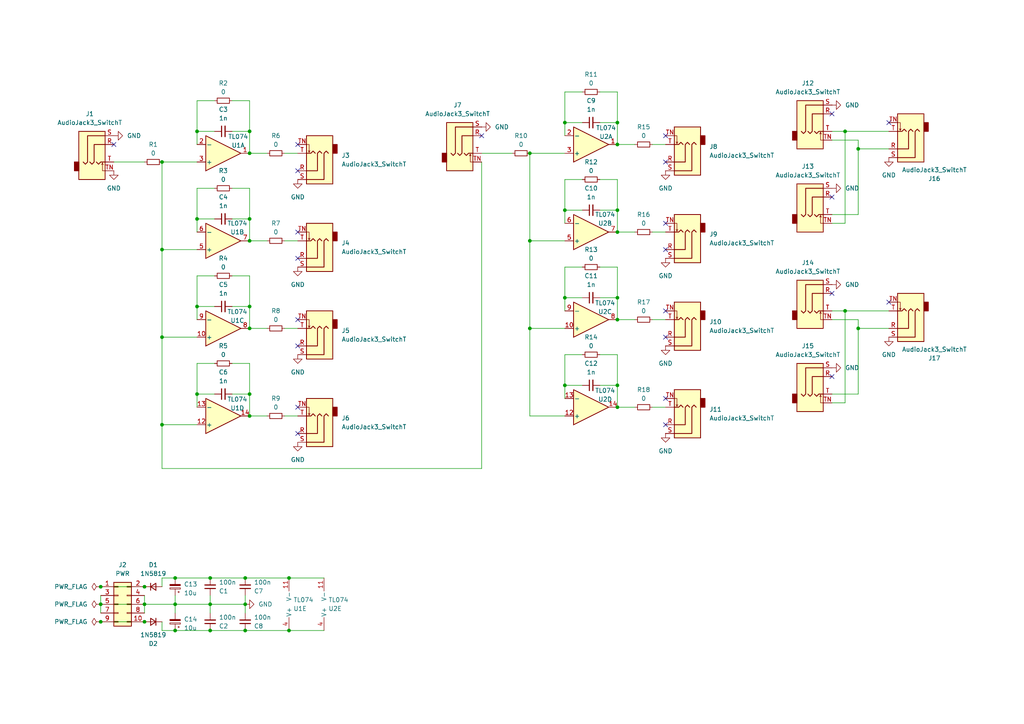
<source format=kicad_sch>
(kicad_sch (version 20231120) (generator "eeschema") (generator_version "8.0")
  (paper "A4")
  (lib_symbols
    (symbol "Amplifier_Operational:TL074" (pin_names (offset 0.127))
      (property "Reference" "U" (at 0 5.08 0))
      (property "Value" "TL074" (at 0 -5.08 0))
      (symbol "TL074_1_1"
        (polyline (pts (xy -5.08 5.08) (xy 5.08 0) (xy -5.08 -5.08) (xy -5.08 5.08)) (stroke (width 0.254)) (fill (type background)))
        (pin output line (at 7.62 0 180) (length 2.54) (name "~") (number "1"))
        (pin input line (at -7.62 -2.54 0) (length 2.54) (name "-") (number "2"))
        (pin input line (at -7.62 2.54 0) (length 2.54) (name "+") (number "3"))
      )
      (symbol "TL074_2_1"
        (polyline (pts (xy -5.08 5.08) (xy 5.08 0) (xy -5.08 -5.08) (xy -5.08 5.08)) (stroke (width 0.254)) (fill (type background)))
        (pin input line (at -7.62 2.54 0) (length 2.54) (name "+") (number "5"))
        (pin input line (at -7.62 -2.54 0) (length 2.54) (name "-") (number "6"))
        (pin output line (at 7.62 0 180) (length 2.54) (name "~") (number "7"))
      )
      (symbol "TL074_3_1"
        (polyline (pts (xy -5.08 5.08) (xy 5.08 0) (xy -5.08 -5.08) (xy -5.08 5.08)) (stroke (width 0.254)) (fill (type background)))
        (pin input line (at -7.62 2.54 0) (length 2.54) (name "+") (number "10"))
        (pin output line (at 7.62 0 180) (length 2.54) (name "~") (number "8"))
        (pin input line (at -7.62 -2.54 0) (length 2.54) (name "-") (number "9"))
      )
      (symbol "TL074_4_1"
        (polyline (pts (xy -5.08 5.08) (xy 5.08 0) (xy -5.08 -5.08) (xy -5.08 5.08)) (stroke (width 0.254)) (fill (type background)))
        (pin input line (at -7.62 2.54 0) (length 2.54) (name "+") (number "12"))
        (pin input line (at -7.62 -2.54 0) (length 2.54) (name "-") (number "13"))
        (pin output line (at 7.62 0 180) (length 2.54) (name "~") (number "14"))
      )
      (symbol "TL074_5_1"
        (pin power_in line (at -2.54 -7.62 90) (length 3.81) (name "V-") (number "11"))
        (pin power_in line (at -2.54 7.62 270) (length 3.81) (name "V+") (number "4"))
      )
    )
    (symbol "Connector_Audio:AudioJack3_SwitchT"
      (property "Reference" "J" (at 0 8.89 0))
      (property "Value" "AudioJack3_SwitchT" (at 0 6.35 0))
      (symbol "AudioJack3_SwitchT_0_1"
        (rectangle (start -5.08 -5.08) (end -6.35 -7.62) (stroke (width 0.254)) (fill (type outline)))
        (polyline (pts (xy 1.778 -5.334) (xy 2.032 -5.842)))
        (polyline (pts (xy 0 -5.08) (xy 0.635 -5.715) (xy 1.27 -5.08) (xy 2.54 -5.08)) (stroke (width 0.254)))
        (polyline (pts (xy 2.54 -7.62) (xy 1.778 -7.62) (xy 1.778 -5.334) (xy 1.524 -5.842)))
        (polyline (pts (xy -1.905 -5.08) (xy -1.27 -5.715) (xy -0.635 -5.08) (xy -0.635 0) (xy 2.54 0)) (stroke (width 0.254)))
        (polyline (pts (xy 2.54 2.54) (xy -2.54 2.54) (xy -2.54 -5.08) (xy -3.175 -5.715) (xy -3.81 -5.08)) (stroke (width 0.254)))
        (rectangle (start 2.54 3.81) (end -5.08 -10.16) (stroke (width 0.254)) (fill (type background)))
      )
      (symbol "AudioJack3_SwitchT_1_1"
        (pin passive line (at 5.08 0 180) (length 2.54) (name "~") (number "R"))
        (pin passive line (at 5.08 2.54 180) (length 2.54) (name "~") (number "S"))
        (pin passive line (at 5.08 -5.08 180) (length 2.54) (name "~") (number "T"))
        (pin passive line (at 5.08 -7.62 180) (length 2.54) (name "~") (number "TN"))
      )
    )
    (symbol "Connector_Generic:Conn_02x05_Odd_Even" (pin_names (offset 1.016) hide)
      (property "Reference" "J" (at 1.27 7.62 0))
      (property "Value" "Conn_02x05_Odd_Even" (at 1.27 -7.62 0))
      (symbol "Conn_02x05_Odd_Even_1_1"
        (rectangle (start -1.27 -4.953) (end 0 -5.207) (stroke (width 0.1524)))
        (rectangle (start -1.27 -2.413) (end 0 -2.667) (stroke (width 0.1524)))
        (rectangle (start -1.27 0.127) (end 0 -0.127) (stroke (width 0.1524)))
        (rectangle (start -1.27 2.667) (end 0 2.413) (stroke (width 0.1524)))
        (rectangle (start -1.27 5.207) (end 0 4.953) (stroke (width 0.1524)))
        (rectangle (start -1.27 6.35) (end 3.81 -6.35) (stroke (width 0.254)) (fill (type background)))
        (rectangle (start 3.81 -4.953) (end 2.54 -5.207) (stroke (width 0.1524)))
        (rectangle (start 3.81 -2.413) (end 2.54 -2.667) (stroke (width 0.1524)))
        (rectangle (start 3.81 0.127) (end 2.54 -0.127) (stroke (width 0.1524)))
        (rectangle (start 3.81 2.667) (end 2.54 2.413) (stroke (width 0.1524)))
        (rectangle (start 3.81 5.207) (end 2.54 4.953) (stroke (width 0.1524)))
        (pin passive line (at -5.08 5.08 0) (length 3.81) (name "Pin_1") (number "1"))
        (pin passive line (at 7.62 -5.08 180) (length 3.81) (name "Pin_10") (number "10"))
        (pin passive line (at 7.62 5.08 180) (length 3.81) (name "Pin_2") (number "2"))
        (pin passive line (at -5.08 2.54 0) (length 3.81) (name "Pin_3") (number "3"))
        (pin passive line (at 7.62 2.54 180) (length 3.81) (name "Pin_4") (number "4"))
        (pin passive line (at -5.08 0 0) (length 3.81) (name "Pin_5") (number "5"))
        (pin passive line (at 7.62 0 180) (length 3.81) (name "Pin_6") (number "6"))
        (pin passive line (at -5.08 -2.54 0) (length 3.81) (name "Pin_7") (number "7"))
        (pin passive line (at 7.62 -2.54 180) (length 3.81) (name "Pin_8") (number "8"))
        (pin passive line (at -5.08 -5.08 0) (length 3.81) (name "Pin_9") (number "9"))
      )
    )
    (symbol "Device:C_Polarized_Small" (pin_numbers hide) (pin_names (offset 0.254) hide)
      (property "Reference" "C" (at 0.254 1.778 0))
      (property "Value" "C_Polarized_Small" (at 0.254 -2.032 0))
      (symbol "C_Polarized_Small_0_1"
        (rectangle (start -1.524 -0.3048) (end 1.524 -0.6858) (fill (type outline)))
        (rectangle (start -1.524 0.6858) (end 1.524 0.3048))
        (polyline (pts (xy -1.27 1.524) (xy -0.762 1.524)))
        (polyline (pts (xy -1.016 1.27) (xy -1.016 1.778)))
      )
      (symbol "C_Polarized_Small_1_1"
        (pin passive line (at 0 2.54 270) (length 1.8542) (name "~") (number "1"))
        (pin passive line (at 0 -2.54 90) (length 1.8542) (name "~") (number "2"))
      )
    )
    (symbol "Device:C_Small" (pin_numbers hide) (pin_names (offset 0.254) hide)
      (property "Reference" "C" (at 0.254 1.778 0))
      (property "Value" "C_Small" (at 0.254 -2.032 0))
      (symbol "C_Small_0_1"
        (polyline (pts (xy -1.524 -0.508) (xy 1.524 -0.508)) (stroke (width 0.3302)))
        (polyline (pts (xy -1.524 0.508) (xy 1.524 0.508)) (stroke (width 0.3048)))
      )
      (symbol "C_Small_1_1"
        (pin passive line (at 0 2.54 270) (length 2.032) (name "~") (number "1"))
        (pin passive line (at 0 -2.54 90) (length 2.032) (name "~") (number "2"))
      )
    )
    (symbol "Device:D_Small" (pin_numbers hide) (pin_names (offset 0.254) hide)
      (property "Reference" "D" (at -1.27 2.032 0))
      (property "Value" "D_Small" (at -3.81 -2.032 0))
      (symbol "D_Small_0_1"
        (polyline (pts (xy -0.762 -1.016) (xy -0.762 1.016)) (stroke (width 0.254)))
        (polyline (pts (xy -0.762 0) (xy 0.762 0)))
        (polyline (pts (xy 0.762 -1.016) (xy -0.762 0) (xy 0.762 1.016) (xy 0.762 -1.016)) (stroke (width 0.254)))
      )
      (symbol "D_Small_1_1"
        (pin passive line (at -2.54 0 0) (length 1.778) (name "K") (number "1"))
        (pin passive line (at 2.54 0 180) (length 1.778) (name "A") (number "2"))
      )
    )
    (symbol "Device:R_Small" (pin_numbers hide) (pin_names (offset 0.254) hide)
      (property "Reference" "R" (at 0.762 0.508 0))
      (property "Value" "R_Small" (at 0.762 -1.016 0))
      (symbol "R_Small_0_1"
        (rectangle (start -0.762 1.778) (end 0.762 -1.778) (stroke (width 0.2032)))
      )
      (symbol "R_Small_1_1"
        (pin passive line (at 0 2.54 270) (length 0.762) (name "~") (number "1"))
        (pin passive line (at 0 -2.54 90) (length 0.762) (name "~") (number "2"))
      )
    )
    (symbol "power:GND" (power) (pin_numbers hide) (pin_names (offset 0) hide)
      (property "Value" "GND" (at 0 -3.81 0))
      (symbol "GND_0_1"
        (polyline (pts (xy 0 0) (xy 0 -1.27) (xy 1.27 -1.27) (xy 0 -2.54) (xy -1.27 -1.27) (xy 0 -1.27)))
      )
      (symbol "GND_1_1"
        (pin power_in line (at 0 0 270) (length 0) (name "~") (number "1"))
      )
    )
    (symbol "power:PWR_FLAG" (power) (pin_numbers hide) (pin_names (offset 0) hide)
      (property "Value" "PWR_FLAG" (at 0 3.81 0))
      (symbol "PWR_FLAG_0_0"
        (pin power_out line (at 0 0 90) (length 0) (name "~") (number "1"))
      )
      (symbol "PWR_FLAG_0_1"
        (polyline (pts (xy 0 0) (xy 0 1.27) (xy -1.016 1.905) (xy 0 2.54) (xy 1.016 1.905) (xy 0 1.27)))
      )
    )
  )
  (junction (at 46.99 123.19))
  (junction (at 179.07 67.31))
  (junction (at 50.8 167.64))
  (junction (at 72.39 69.85))
  (junction (at 179.07 86.36))
  (junction (at 46.99 72.39))
  (junction (at 29.21 180.34))
  (junction (at 72.39 44.45))
  (junction (at 245.11 90.17))
  (junction (at 41.91 170.18))
  (junction (at 179.07 41.91))
  (junction (at 163.83 86.36))
  (junction (at 57.15 38.1))
  (junction (at 72.39 95.25))
  (junction (at 29.21 175.26))
  (junction (at 179.07 35.56))
  (junction (at 72.39 114.3))
  (junction (at 57.15 88.9))
  (junction (at 72.39 38.1))
  (junction (at 60.96 167.64))
  (junction (at 41.91 175.26))
  (junction (at 245.11 38.1))
  (junction (at 57.15 114.3))
  (junction (at 46.99 46.99))
  (junction (at 72.39 120.65))
  (junction (at 72.39 63.5))
  (junction (at 50.8 182.88))
  (junction (at 71.12 182.88))
  (junction (at 29.21 170.18))
  (junction (at 179.07 92.71))
  (junction (at 153.67 95.25))
  (junction (at 46.99 97.79))
  (junction (at 57.15 63.5))
  (junction (at 179.07 111.76))
  (junction (at 163.83 60.96))
  (junction (at 153.67 44.45))
  (junction (at 60.96 175.26))
  (junction (at 60.96 182.88))
  (junction (at 83.82 167.64))
  (junction (at 248.92 43.18))
  (junction (at 50.8 175.26))
  (junction (at 163.83 111.76))
  (junction (at 71.12 167.64))
  (junction (at 248.92 95.25))
  (junction (at 83.82 182.88))
  (junction (at 163.83 35.56))
  (junction (at 153.67 69.85))
  (junction (at 72.39 88.9))
  (junction (at 179.07 60.96))
  (junction (at 41.91 180.34))
  (junction (at 179.07 118.11))
  (junction (at 71.12 175.26))
  (no_connect (at 193.04 46.99))
  (no_connect (at 33.02 41.91))
  (no_connect (at 86.36 41.91))
  (no_connect (at 193.04 123.19))
  (no_connect (at 241.3 57.15))
  (no_connect (at 86.36 92.71))
  (no_connect (at 86.36 67.31))
  (no_connect (at 86.36 100.33))
  (no_connect (at 86.36 118.11))
  (no_connect (at 241.3 85.09))
  (no_connect (at 257.81 35.56))
  (no_connect (at 193.04 72.39))
  (no_connect (at 193.04 64.77))
  (no_connect (at 193.04 39.37))
  (no_connect (at 86.36 49.53))
  (no_connect (at 193.04 97.79))
  (no_connect (at 193.04 115.57))
  (no_connect (at 139.7 39.37))
  (no_connect (at 257.81 87.63))
  (no_connect (at 86.36 74.93))
  (no_connect (at 193.04 90.17))
  (no_connect (at 241.3 109.22))
  (no_connect (at 86.36 125.73))
  (no_connect (at 241.3 33.02))
  (wire (pts (xy 57.15 118.11) (xy 57.15 114.3)))
  (wire (pts (xy 82.55 120.65) (xy 86.36 120.65)))
  (wire (pts (xy 153.67 44.45) (xy 153.67 69.85)))
  (wire (pts (xy 72.39 69.85) (xy 77.47 69.85)))
  (wire (pts (xy 57.15 54.61) (xy 62.23 54.61)))
  (wire (pts (xy 163.83 60.96) (xy 168.91 60.96)))
  (wire (pts (xy 57.15 105.41) (xy 62.23 105.41)))
  (wire (pts (xy 60.96 175.26) (xy 60.96 177.8)))
  (wire (pts (xy 41.91 46.99) (xy 33.02 46.99)))
  (wire (pts (xy 179.07 77.47) (xy 173.99 77.47)))
  (wire (pts (xy 57.15 123.19) (xy 46.99 123.19)))
  (wire (pts (xy 50.8 167.64) (xy 60.96 167.64)))
  (wire (pts (xy 71.12 172.72) (xy 71.12 175.26)))
  (wire (pts (xy 46.99 170.18) (xy 46.99 167.64)))
  (wire (pts (xy 57.15 67.31) (xy 57.15 63.5)))
  (wire (pts (xy 163.83 120.65) (xy 153.67 120.65)))
  (wire (pts (xy 179.07 77.47) (xy 179.07 86.36)))
  (wire (pts (xy 82.55 44.45) (xy 86.36 44.45)))
  (wire (pts (xy 71.12 175.26) (xy 71.12 177.8)))
  (wire (pts (xy 29.21 180.34) (xy 41.91 180.34)))
  (wire (pts (xy 82.55 69.85) (xy 86.36 69.85)))
  (wire (pts (xy 179.07 118.11) (xy 184.15 118.11)))
  (wire (pts (xy 248.92 43.18) (xy 257.81 43.18)))
  (wire (pts (xy 57.15 63.5) (xy 62.23 63.5)))
  (wire (pts (xy 60.96 182.88) (xy 71.12 182.88)))
  (wire (pts (xy 67.31 88.9) (xy 72.39 88.9)))
  (wire (pts (xy 57.15 80.01) (xy 62.23 80.01)))
  (wire (pts (xy 72.39 95.25) (xy 77.47 95.25)))
  (wire (pts (xy 83.82 182.88) (xy 93.98 182.88)))
  (wire (pts (xy 60.96 172.72) (xy 60.96 175.26)))
  (wire (pts (xy 46.99 135.89) (xy 46.99 123.19)))
  (wire (pts (xy 173.99 35.56) (xy 179.07 35.56)))
  (wire (pts (xy 60.96 175.26) (xy 71.12 175.26)))
  (wire (pts (xy 245.11 38.1) (xy 257.81 38.1)))
  (wire (pts (xy 241.3 40.64) (xy 248.92 40.64)))
  (wire (pts (xy 163.83 77.47) (xy 168.91 77.47)))
  (wire (pts (xy 163.83 60.96) (xy 163.83 52.07)))
  (wire (pts (xy 41.91 175.26) (xy 50.8 175.26)))
  (wire (pts (xy 57.15 63.5) (xy 57.15 54.61)))
  (wire (pts (xy 83.82 167.64) (xy 93.98 167.64)))
  (wire (pts (xy 179.07 26.67) (xy 179.07 35.56)))
  (wire (pts (xy 71.12 182.88) (xy 83.82 182.88)))
  (wire (pts (xy 241.3 116.84) (xy 245.11 116.84)))
  (wire (pts (xy 189.23 92.71) (xy 193.04 92.71)))
  (wire (pts (xy 57.15 46.99) (xy 46.99 46.99)))
  (wire (pts (xy 46.99 182.88) (xy 50.8 182.88)))
  (wire (pts (xy 163.83 111.76) (xy 168.91 111.76)))
  (wire (pts (xy 245.11 90.17) (xy 257.81 90.17)))
  (wire (pts (xy 245.11 64.77) (xy 245.11 38.1)))
  (wire (pts (xy 57.15 41.91) (xy 57.15 38.1)))
  (wire (pts (xy 248.92 95.25) (xy 257.81 95.25)))
  (wire (pts (xy 163.83 90.17) (xy 163.83 86.36)))
  (wire (pts (xy 163.83 115.57) (xy 163.83 111.76)))
  (wire (pts (xy 179.07 102.87) (xy 173.99 102.87)))
  (wire (pts (xy 189.23 67.31) (xy 193.04 67.31)))
  (wire (pts (xy 29.21 172.72) (xy 29.21 175.26)))
  (wire (pts (xy 179.07 41.91) (xy 184.15 41.91)))
  (wire (pts (xy 163.83 44.45) (xy 153.67 44.45)))
  (wire (pts (xy 179.07 86.36) (xy 179.07 92.71)))
  (wire (pts (xy 139.7 135.89) (xy 46.99 135.89)))
  (wire (pts (xy 50.8 175.26) (xy 60.96 175.26)))
  (wire (pts (xy 179.07 52.07) (xy 173.99 52.07)))
  (wire (pts (xy 189.23 41.91) (xy 193.04 41.91)))
  (wire (pts (xy 46.99 97.79) (xy 46.99 123.19)))
  (wire (pts (xy 67.31 38.1) (xy 72.39 38.1)))
  (wire (pts (xy 173.99 60.96) (xy 179.07 60.96)))
  (wire (pts (xy 173.99 111.76) (xy 179.07 111.76)))
  (wire (pts (xy 29.21 175.26) (xy 41.91 175.26)))
  (wire (pts (xy 179.07 102.87) (xy 179.07 111.76)))
  (wire (pts (xy 241.3 64.77) (xy 245.11 64.77)))
  (wire (pts (xy 241.3 62.23) (xy 248.92 62.23)))
  (wire (pts (xy 82.55 95.25) (xy 86.36 95.25)))
  (wire (pts (xy 163.83 86.36) (xy 168.91 86.36)))
  (wire (pts (xy 163.83 35.56) (xy 163.83 26.67)))
  (wire (pts (xy 50.8 172.72) (xy 50.8 175.26)))
  (wire (pts (xy 179.07 111.76) (xy 179.07 118.11)))
  (wire (pts (xy 72.39 88.9) (xy 72.39 95.25)))
  (wire (pts (xy 57.15 114.3) (xy 57.15 105.41)))
  (wire (pts (xy 72.39 80.01) (xy 72.39 88.9)))
  (wire (pts (xy 57.15 38.1) (xy 57.15 29.21)))
  (wire (pts (xy 50.8 175.26) (xy 50.8 177.8)))
  (wire (pts (xy 67.31 114.3) (xy 72.39 114.3)))
  (wire (pts (xy 41.91 175.26) (xy 41.91 177.8)))
  (wire (pts (xy 46.99 167.64) (xy 50.8 167.64)))
  (wire (pts (xy 139.7 46.99) (xy 139.7 135.89)))
  (wire (pts (xy 72.39 80.01) (xy 67.31 80.01)))
  (wire (pts (xy 57.15 29.21) (xy 62.23 29.21)))
  (wire (pts (xy 241.3 38.1) (xy 245.11 38.1)))
  (wire (pts (xy 72.39 120.65) (xy 77.47 120.65)))
  (wire (pts (xy 163.83 111.76) (xy 163.83 102.87)))
  (wire (pts (xy 179.07 92.71) (xy 184.15 92.71)))
  (wire (pts (xy 163.83 52.07) (xy 168.91 52.07)))
  (wire (pts (xy 153.67 95.25) (xy 163.83 95.25)))
  (wire (pts (xy 163.83 102.87) (xy 168.91 102.87)))
  (wire (pts (xy 57.15 38.1) (xy 62.23 38.1)))
  (wire (pts (xy 163.83 26.67) (xy 168.91 26.67)))
  (wire (pts (xy 67.31 63.5) (xy 72.39 63.5)))
  (wire (pts (xy 153.67 69.85) (xy 163.83 69.85)))
  (wire (pts (xy 163.83 35.56) (xy 168.91 35.56)))
  (wire (pts (xy 248.92 40.64) (xy 248.92 43.18)))
  (wire (pts (xy 72.39 38.1) (xy 72.39 44.45)))
  (wire (pts (xy 72.39 29.21) (xy 72.39 38.1)))
  (wire (pts (xy 57.15 92.71) (xy 57.15 88.9)))
  (wire (pts (xy 153.67 69.85) (xy 153.67 95.25)))
  (wire (pts (xy 41.91 172.72) (xy 41.91 175.26)))
  (wire (pts (xy 163.83 64.77) (xy 163.83 60.96)))
  (wire (pts (xy 173.99 86.36) (xy 179.07 86.36)))
  (wire (pts (xy 179.07 26.67) (xy 173.99 26.67)))
  (wire (pts (xy 72.39 54.61) (xy 72.39 63.5)))
  (wire (pts (xy 72.39 29.21) (xy 67.31 29.21)))
  (wire (pts (xy 57.15 114.3) (xy 62.23 114.3)))
  (wire (pts (xy 179.07 60.96) (xy 179.07 67.31)))
  (wire (pts (xy 248.92 92.71) (xy 248.92 95.25)))
  (wire (pts (xy 46.99 72.39) (xy 46.99 97.79)))
  (wire (pts (xy 46.99 72.39) (xy 57.15 72.39)))
  (wire (pts (xy 46.99 46.99) (xy 46.99 72.39)))
  (wire (pts (xy 46.99 180.34) (xy 46.99 182.88)))
  (wire (pts (xy 241.3 90.17) (xy 245.11 90.17)))
  (wire (pts (xy 72.39 44.45) (xy 77.47 44.45)))
  (wire (pts (xy 241.3 114.3) (xy 248.92 114.3)))
  (wire (pts (xy 57.15 88.9) (xy 62.23 88.9)))
  (wire (pts (xy 241.3 92.71) (xy 248.92 92.71)))
  (wire (pts (xy 245.11 116.84) (xy 245.11 90.17)))
  (wire (pts (xy 50.8 182.88) (xy 60.96 182.88)))
  (wire (pts (xy 60.96 167.64) (xy 71.12 167.64)))
  (wire (pts (xy 248.92 62.23) (xy 248.92 43.18)))
  (wire (pts (xy 72.39 63.5) (xy 72.39 69.85)))
  (wire (pts (xy 148.59 44.45) (xy 139.7 44.45)))
  (wire (pts (xy 179.07 35.56) (xy 179.07 41.91)))
  (wire (pts (xy 163.83 39.37) (xy 163.83 35.56)))
  (wire (pts (xy 179.07 67.31) (xy 184.15 67.31)))
  (wire (pts (xy 29.21 170.18) (xy 41.91 170.18)))
  (wire (pts (xy 72.39 54.61) (xy 67.31 54.61)))
  (wire (pts (xy 163.83 86.36) (xy 163.83 77.47)))
  (wire (pts (xy 29.21 175.26) (xy 29.21 177.8)))
  (wire (pts (xy 72.39 105.41) (xy 72.39 114.3)))
  (wire (pts (xy 46.99 97.79) (xy 57.15 97.79)))
  (wire (pts (xy 72.39 114.3) (xy 72.39 120.65)))
  (wire (pts (xy 57.15 88.9) (xy 57.15 80.01)))
  (wire (pts (xy 71.12 167.64) (xy 83.82 167.64)))
  (wire (pts (xy 179.07 52.07) (xy 179.07 60.96)))
  (wire (pts (xy 189.23 118.11) (xy 193.04 118.11)))
  (wire (pts (xy 153.67 95.25) (xy 153.67 120.65)))
  (wire (pts (xy 72.39 105.41) (xy 67.31 105.41)))
  (wire (pts (xy 248.92 114.3) (xy 248.92 95.25)))
  (symbol (lib_id "Device:R_Small") (at 64.77 54.61 90) (unit 1)
    (property "Reference" "R3" (at 64.77 49.53 90))
    (property "Value" "0" (at 64.77 52.07 90))
    (property "Footprint" "Resistor_SMD:R_0805_2012Metric_Pad1.20x1.40mm_HandSolder" (effects (hide yes)))
    (property "Description" "Resistor, small symbol" (effects (hide yes)))
  )
  (symbol (lib_id "power:PWR_FLAG") (at 29.21 175.26 90) (unit 1)
    (property "Reference" "#FLG02" (effects (hide yes)))
    (property "Value" "PWR_FLAG" (at 25.4 175.2599 90) (effects (justify left)))
    (property "Description" "Special symbol for telling ERC where power comes from" (effects (hide yes)))
  )
  (symbol (lib_id "Device:R_Small") (at 80.01 69.85 90) (unit 1)
    (property "Reference" "R7" (at 80.01 64.77 90))
    (property "Value" "0" (at 80.01 67.31 90))
    (property "Footprint" "Resistor_SMD:R_0805_2012Metric_Pad1.20x1.40mm_HandSolder" (effects (hide yes)))
    (property "Description" "Resistor, small symbol" (effects (hide yes)))
  )
  (symbol (lib_id "Connector_Audio:AudioJack3_SwitchT") (at 236.22 57.15 0) (unit 1)
    (property "Reference" "J13" (at 234.315 48.26 0))
    (property "Value" "AudioJack3_SwitchT" (at 234.315 50.8 0))
    (property "Footprint" "mort_mix:CLIFF_FC681374V" (effects (hide yes)))
    (property "Description" "Audio Jack, 3 Poles (Stereo / TRS), Switched T Pole (Normalling)" (effects (hide yes)))
  )
  (symbol (lib_id "Device:C_Small") (at 171.45 60.96 90) (unit 1)
    (property "Reference" "C10" (at 171.4563 54.61 90))
    (property "Value" "1n" (at 171.4563 57.15 90))
    (property "Footprint" "Capacitor_SMD:C_0805_2012Metric_Pad1.18x1.45mm_HandSolder" (effects (hide yes)))
    (property "Description" "Unpolarized capacitor, small symbol" (effects (hide yes)))
  )
  (symbol (lib_id "power:GND") (at 193.04 74.93 0) (unit 1)
    (property "Reference" "#PWR010" (effects (hide yes)))
    (property "Value" "GND" (at 193.04 80.01 0))
    (property "Description" "Power symbol creates a global label with name \"GND\" , ground" (effects (hide yes)))
  )
  (symbol (lib_id "Connector_Generic:Conn_02x05_Odd_Even") (at 34.29 175.26 0) (unit 1)
    (property "Reference" "J2" (at 35.56 163.83 0))
    (property "Value" "PWR" (at 35.56 166.37 0))
    (property "Footprint" "mort_mix:Pins_2x05_2.54mm_TH_Europower_shrouded" (effects (hide yes)))
    (property "Description" "Generic connector, double row, 02x05, odd/even pin numbering scheme (row 1 odd numbers, row 2 even numbers), script generated (kicad-library-utils/schlib/autogen/connector/)" (effects (hide yes)))
  )
  (symbol (lib_id "Device:C_Small") (at 71.12 170.18 0) (mirror x) (unit 1)
    (property "Reference" "C7" (at 73.66 171.4438 0) (effects (justify left)))
    (property "Value" "100n" (at 73.66 168.9038 0) (effects (justify left)))
    (property "Footprint" "Capacitor_SMD:C_0805_2012Metric_Pad1.18x1.45mm_HandSolder" (effects (hide yes)))
    (property "Description" "Unpolarized capacitor, small symbol" (effects (hide yes)))
  )
  (symbol (lib_id "Amplifier_Operational:TL074") (at 96.52 175.26 0) (mirror x) (unit 5)
    (property "Reference" "U2" (at 95.25 176.5301 0) (effects (justify left)))
    (property "Value" "TL074" (at 95.25 173.9901 0) (effects (justify left)))
    (property "Footprint" "Package_SO:SO-14_3.9x8.65mm_P1.27mm" (effects (hide yes)))
    (property "Datasheet" "http://www.ti.com/lit/ds/symlink/tl071.pdf" (effects (hide yes)))
    (property "Description" "Quad Low-Noise JFET-Input Operational Amplifiers, DIP-14/SOIC-14" (effects (hide yes)))
  )
  (symbol (lib_id "Connector_Audio:AudioJack3_SwitchT") (at 91.44 49.53 180) (unit 1)
    (property "Reference" "J3" (at 99.06 45.0849 0) (effects (justify right)))
    (property "Value" "AudioJack3_SwitchT" (at 99.06 47.6249 0) (effects (justify right)))
    (property "Footprint" "mort_mix:CLIFF_FC681374V" (effects (hide yes)))
    (property "Description" "Audio Jack, 3 Poles (Stereo / TRS), Switched T Pole (Normalling)" (effects (hide yes)))
  )
  (symbol (lib_id "Amplifier_Operational:TL074") (at 171.45 118.11 0) (mirror x) (unit 4)
    (property "Reference" "U2" (at 175.514 115.824 0))
    (property "Value" "TL074" (at 175.514 113.284 0))
    (property "Footprint" "Package_SO:SO-14_3.9x8.65mm_P1.27mm" (effects (hide yes)))
    (property "Datasheet" "http://www.ti.com/lit/ds/symlink/tl071.pdf" (effects (hide yes)))
    (property "Description" "Quad Low-Noise JFET-Input Operational Amplifiers, DIP-14/SOIC-14" (effects (hide yes)))
  )
  (symbol (lib_id "Amplifier_Operational:TL074") (at 171.45 92.71 0) (mirror x) (unit 3)
    (property "Reference" "U2" (at 175.514 90.424 0))
    (property "Value" "TL074" (at 175.514 87.884 0))
    (property "Footprint" "Package_SO:SO-14_3.9x8.65mm_P1.27mm" (effects (hide yes)))
    (property "Datasheet" "http://www.ti.com/lit/ds/symlink/tl071.pdf" (effects (hide yes)))
    (property "Description" "Quad Low-Noise JFET-Input Operational Amplifiers, DIP-14/SOIC-14" (effects (hide yes)))
  )
  (symbol (lib_id "power:GND") (at 33.02 49.53 0) (unit 1)
    (property "Reference" "#PWR02" (effects (hide yes)))
    (property "Value" "GND" (at 33.02 54.61 0))
    (property "Description" "Power symbol creates a global label with name \"GND\" , ground" (effects (hide yes)))
  )
  (symbol (lib_id "power:GND") (at 257.81 97.79 0) (unit 1)
    (property "Reference" "#PWR018" (effects (hide yes)))
    (property "Value" "GND" (at 257.81 102.87 0))
    (property "Description" "Power symbol creates a global label with name \"GND\" , ground" (effects (hide yes)))
  )
  (symbol (lib_id "Device:R_Small") (at 64.77 80.01 90) (unit 1)
    (property "Reference" "R4" (at 64.77 74.93 90))
    (property "Value" "0" (at 64.77 77.47 90))
    (property "Footprint" "Resistor_SMD:R_0805_2012Metric_Pad1.20x1.40mm_HandSolder" (effects (hide yes)))
    (property "Description" "Resistor, small symbol" (effects (hide yes)))
  )
  (symbol (lib_id "Device:D_Small") (at 44.45 170.18 0) (unit 1)
    (property "Reference" "D1" (at 44.45 163.83 0))
    (property "Value" "1N5819" (at 44.45 166.37 0))
    (property "Footprint" "Diode_THT:D_DO-41_SOD81_P2.54mm_Vertical_AnodeUp" (effects (hide yes)))
    (property "Description" "Diode, small symbol" (effects (hide yes)))
    (property "Sim.Device" "D" (effects (hide yes)))
    (property "Sim.Pins" "1=K 2=A" (effects (hide yes)))
  )
  (symbol (lib_id "power:GND") (at 241.3 82.55 90) (unit 1)
    (property "Reference" "#PWR015" (effects (hide yes)))
    (property "Value" "GND" (at 245.11 82.5499 90) (effects (justify right)))
    (property "Description" "Power symbol creates a global label with name \"GND\" , ground" (effects (hide yes)))
  )
  (symbol (lib_id "Amplifier_Operational:TL074") (at 64.77 69.85 0) (mirror x) (unit 2)
    (property "Reference" "U1" (at 68.834 67.31 0))
    (property "Value" "TL074" (at 68.834 64.77 0))
    (property "Footprint" "Package_SO:SO-14_3.9x8.65mm_P1.27mm" (effects (hide yes)))
    (property "Datasheet" "http://www.ti.com/lit/ds/symlink/tl071.pdf" (effects (hide yes)))
    (property "Description" "Quad Low-Noise JFET-Input Operational Amplifiers, DIP-14/SOIC-14" (effects (hide yes)))
  )
  (symbol (lib_id "power:GND") (at 33.02 39.37 90) (unit 1)
    (property "Reference" "#PWR01" (effects (hide yes)))
    (property "Value" "GND" (at 36.83 39.3699 90) (effects (justify right)))
    (property "Description" "Power symbol creates a global label with name \"GND\" , ground" (effects (hide yes)))
  )
  (symbol (lib_id "Device:R_Small") (at 80.01 95.25 90) (unit 1)
    (property "Reference" "R8" (at 80.01 90.17 90))
    (property "Value" "0" (at 80.01 92.71 90))
    (property "Footprint" "Resistor_SMD:R_0805_2012Metric_Pad1.20x1.40mm_HandSolder" (effects (hide yes)))
    (property "Description" "Resistor, small symbol" (effects (hide yes)))
  )
  (symbol (lib_id "Device:R_Small") (at 64.77 29.21 90) (unit 1)
    (property "Reference" "R2" (at 64.77 24.13 90))
    (property "Value" "0" (at 64.77 26.67 90))
    (property "Footprint" "Resistor_SMD:R_0805_2012Metric_Pad1.20x1.40mm_HandSolder" (effects (hide yes)))
    (property "Description" "Resistor, small symbol" (effects (hide yes)))
  )
  (symbol (lib_id "power:GND") (at 139.7 36.83 90) (unit 1)
    (property "Reference" "#PWR08" (effects (hide yes)))
    (property "Value" "GND" (at 143.51 36.8299 90) (effects (justify right)))
    (property "Description" "Power symbol creates a global label with name \"GND\" , ground" (effects (hide yes)))
  )
  (symbol (lib_id "Connector_Audio:AudioJack3_SwitchT") (at 262.89 43.18 180) (unit 1)
    (property "Reference" "J16" (at 271.018 51.816 0))
    (property "Value" "AudioJack3_SwitchT" (at 271.018 49.276 0))
    (property "Footprint" "mort_mix:CLIFF_FC681374V" (effects (hide yes)))
    (property "Description" "Audio Jack, 3 Poles (Stereo / TRS), Switched T Pole (Normalling)" (effects (hide yes)))
  )
  (symbol (lib_id "Connector_Audio:AudioJack3_SwitchT") (at 198.12 46.99 180) (unit 1)
    (property "Reference" "J8" (at 205.74 42.5449 0) (effects (justify right)))
    (property "Value" "AudioJack3_SwitchT" (at 205.74 45.0849 0) (effects (justify right)))
    (property "Footprint" "mort_mix:CLIFF_FC681374V" (effects (hide yes)))
    (property "Description" "Audio Jack, 3 Poles (Stereo / TRS), Switched T Pole (Normalling)" (effects (hide yes)))
  )
  (symbol (lib_id "Connector_Audio:AudioJack3_SwitchT") (at 27.94 41.91 0) (unit 1)
    (property "Reference" "J1" (at 26.035 33.02 0))
    (property "Value" "AudioJack3_SwitchT" (at 26.035 35.56 0))
    (property "Footprint" "mort_mix:CLIFF_FC681374V" (effects (hide yes)))
    (property "Description" "Audio Jack, 3 Poles (Stereo / TRS), Switched T Pole (Normalling)" (effects (hide yes)))
  )
  (symbol (lib_id "Amplifier_Operational:TL074") (at 171.45 67.31 0) (mirror x) (unit 2)
    (property "Reference" "U2" (at 175.514 64.77 0))
    (property "Value" "TL074" (at 175.514 62.23 0))
    (property "Footprint" "Package_SO:SO-14_3.9x8.65mm_P1.27mm" (effects (hide yes)))
    (property "Datasheet" "http://www.ti.com/lit/ds/symlink/tl071.pdf" (effects (hide yes)))
    (property "Description" "Quad Low-Noise JFET-Input Operational Amplifiers, DIP-14/SOIC-14" (effects (hide yes)))
  )
  (symbol (lib_id "Device:R_Small") (at 171.45 102.87 90) (unit 1)
    (property "Reference" "R14" (at 171.45 97.79 90))
    (property "Value" "0" (at 171.45 100.33 90))
    (property "Footprint" "Resistor_SMD:R_0805_2012Metric_Pad1.20x1.40mm_HandSolder" (effects (hide yes)))
    (property "Description" "Resistor, small symbol" (effects (hide yes)))
  )
  (symbol (lib_id "power:GND") (at 86.36 128.27 0) (unit 1)
    (property "Reference" "#PWR07" (effects (hide yes)))
    (property "Value" "GND" (at 86.36 133.35 0))
    (property "Description" "Power symbol creates a global label with name \"GND\" , ground" (effects (hide yes)))
  )
  (symbol (lib_id "Connector_Audio:AudioJack3_SwitchT") (at 262.89 95.25 180) (unit 1)
    (property "Reference" "J17" (at 271.018 103.886 0))
    (property "Value" "AudioJack3_SwitchT" (at 271.018 101.346 0))
    (property "Footprint" "mort_mix:CLIFF_FC681374V" (effects (hide yes)))
    (property "Description" "Audio Jack, 3 Poles (Stereo / TRS), Switched T Pole (Normalling)" (effects (hide yes)))
  )
  (symbol (lib_id "Device:C_Small") (at 64.77 88.9 90) (unit 1)
    (property "Reference" "C5" (at 64.7763 82.55 90))
    (property "Value" "1n" (at 64.7763 85.09 90))
    (property "Footprint" "Capacitor_SMD:C_0805_2012Metric_Pad1.18x1.45mm_HandSolder" (effects (hide yes)))
    (property "Description" "Unpolarized capacitor, small symbol" (effects (hide yes)))
  )
  (symbol (lib_id "Device:R_Small") (at 151.13 44.45 90) (unit 1)
    (property "Reference" "R10" (at 151.13 39.37 90))
    (property "Value" "0" (at 151.13 41.91 90))
    (property "Footprint" "Resistor_SMD:R_0805_2012Metric_Pad1.20x1.40mm_HandSolder" (effects (hide yes)))
    (property "Description" "Resistor, small symbol" (effects (hide yes)))
  )
  (symbol (lib_id "Device:C_Small") (at 64.77 38.1 90) (unit 1)
    (property "Reference" "C3" (at 64.7763 31.75 90))
    (property "Value" "1n" (at 64.7763 34.29 90))
    (property "Footprint" "Capacitor_SMD:C_0805_2012Metric_Pad1.18x1.45mm_HandSolder" (effects (hide yes)))
    (property "Description" "Unpolarized capacitor, small symbol" (effects (hide yes)))
  )
  (symbol (lib_id "power:GND") (at 86.36 102.87 0) (unit 1)
    (property "Reference" "#PWR06" (effects (hide yes)))
    (property "Value" "GND" (at 86.36 107.95 0))
    (property "Description" "Power symbol creates a global label with name \"GND\" , ground" (effects (hide yes)))
  )
  (symbol (lib_id "Connector_Audio:AudioJack3_SwitchT") (at 91.44 125.73 180) (unit 1)
    (property "Reference" "J6" (at 99.06 121.2849 0) (effects (justify right)))
    (property "Value" "AudioJack3_SwitchT" (at 99.06 123.8249 0) (effects (justify right)))
    (property "Footprint" "mort_mix:CLIFF_FC681374V" (effects (hide yes)))
    (property "Description" "Audio Jack, 3 Poles (Stereo / TRS), Switched T Pole (Normalling)" (effects (hide yes)))
  )
  (symbol (lib_id "power:GND") (at 241.3 106.68 90) (unit 1)
    (property "Reference" "#PWR016" (effects (hide yes)))
    (property "Value" "GND" (at 245.11 106.6799 90) (effects (justify right)))
    (property "Description" "Power symbol creates a global label with name \"GND\" , ground" (effects (hide yes)))
  )
  (symbol (lib_id "Connector_Audio:AudioJack3_SwitchT") (at 91.44 74.93 180) (unit 1)
    (property "Reference" "J4" (at 99.06 70.4849 0) (effects (justify right)))
    (property "Value" "AudioJack3_SwitchT" (at 99.06 73.0249 0) (effects (justify right)))
    (property "Footprint" "mort_mix:CLIFF_FC681374V" (effects (hide yes)))
    (property "Description" "Audio Jack, 3 Poles (Stereo / TRS), Switched T Pole (Normalling)" (effects (hide yes)))
  )
  (symbol (lib_id "power:GND") (at 86.36 52.07 0) (unit 1)
    (property "Reference" "#PWR04" (effects (hide yes)))
    (property "Value" "GND" (at 86.36 57.15 0))
    (property "Description" "Power symbol creates a global label with name \"GND\" , ground" (effects (hide yes)))
  )
  (symbol (lib_id "Device:R_Small") (at 186.69 41.91 90) (unit 1)
    (property "Reference" "R15" (at 186.69 36.83 90))
    (property "Value" "0" (at 186.69 39.37 90))
    (property "Footprint" "Resistor_SMD:R_0805_2012Metric_Pad1.20x1.40mm_HandSolder" (effects (hide yes)))
    (property "Description" "Resistor, small symbol" (effects (hide yes)))
  )
  (symbol (lib_id "Device:C_Small") (at 60.96 170.18 0) (mirror x) (unit 1)
    (property "Reference" "C1" (at 63.5 171.4438 0) (effects (justify left)))
    (property "Value" "100n" (at 63.5 168.9038 0) (effects (justify left)))
    (property "Footprint" "Capacitor_SMD:C_0805_2012Metric_Pad1.18x1.45mm_HandSolder" (effects (hide yes)))
    (property "Description" "Unpolarized capacitor, small symbol" (effects (hide yes)))
  )
  (symbol (lib_id "power:GND") (at 71.12 175.26 90) (unit 1)
    (property "Reference" "#PWR03" (effects (hide yes)))
    (property "Value" "GND" (at 74.93 175.2599 90) (effects (justify right)))
    (property "Description" "Power symbol creates a global label with name \"GND\" , ground" (effects (hide yes)))
  )
  (symbol (lib_id "Connector_Audio:AudioJack3_SwitchT") (at 236.22 85.09 0) (unit 1)
    (property "Reference" "J14" (at 234.315 76.2 0))
    (property "Value" "AudioJack3_SwitchT" (at 234.315 78.74 0))
    (property "Footprint" "mort_mix:CLIFF_FC681374V" (effects (hide yes)))
    (property "Description" "Audio Jack, 3 Poles (Stereo / TRS), Switched T Pole (Normalling)" (effects (hide yes)))
  )
  (symbol (lib_id "Device:C_Small") (at 60.96 180.34 0) (mirror x) (unit 1)
    (property "Reference" "C2" (at 63.5 181.6038 0) (effects (justify left)))
    (property "Value" "100n" (at 63.5 179.0638 0) (effects (justify left)))
    (property "Footprint" "Capacitor_SMD:C_0805_2012Metric_Pad1.18x1.45mm_HandSolder" (effects (hide yes)))
    (property "Description" "Unpolarized capacitor, small symbol" (effects (hide yes)))
  )
  (symbol (lib_id "Amplifier_Operational:TL074") (at 64.77 120.65 0) (mirror x) (unit 4)
    (property "Reference" "U1" (at 68.834 118.364 0))
    (property "Value" "TL074" (at 68.834 115.824 0))
    (property "Footprint" "Package_SO:SO-14_3.9x8.65mm_P1.27mm" (effects (hide yes)))
    (property "Datasheet" "http://www.ti.com/lit/ds/symlink/tl071.pdf" (effects (hide yes)))
    (property "Description" "Quad Low-Noise JFET-Input Operational Amplifiers, DIP-14/SOIC-14" (effects (hide yes)))
  )
  (symbol (lib_id "Connector_Audio:AudioJack3_SwitchT") (at 236.22 109.22 0) (unit 1)
    (property "Reference" "J15" (at 234.315 100.33 0))
    (property "Value" "AudioJack3_SwitchT" (at 234.315 102.87 0))
    (property "Footprint" "mort_mix:CLIFF_FC681374V" (effects (hide yes)))
    (property "Description" "Audio Jack, 3 Poles (Stereo / TRS), Switched T Pole (Normalling)" (effects (hide yes)))
  )
  (symbol (lib_id "power:GND") (at 241.3 54.61 90) (unit 1)
    (property "Reference" "#PWR014" (effects (hide yes)))
    (property "Value" "GND" (at 245.11 54.6099 90) (effects (justify right)))
    (property "Description" "Power symbol creates a global label with name \"GND\" , ground" (effects (hide yes)))
  )
  (symbol (lib_id "Device:C_Small") (at 171.45 111.76 90) (unit 1)
    (property "Reference" "C12" (at 171.4563 105.41 90))
    (property "Value" "1n" (at 171.4563 107.95 90))
    (property "Footprint" "Capacitor_SMD:C_0805_2012Metric_Pad1.18x1.45mm_HandSolder" (effects (hide yes)))
    (property "Description" "Unpolarized capacitor, small symbol" (effects (hide yes)))
  )
  (symbol (lib_id "Device:C_Small") (at 71.12 180.34 0) (mirror x) (unit 1)
    (property "Reference" "C8" (at 73.66 181.6038 0) (effects (justify left)))
    (property "Value" "100n" (at 73.66 179.0638 0) (effects (justify left)))
    (property "Footprint" "Capacitor_SMD:C_0805_2012Metric_Pad1.18x1.45mm_HandSolder" (effects (hide yes)))
    (property "Description" "Unpolarized capacitor, small symbol" (effects (hide yes)))
  )
  (symbol (lib_id "power:GND") (at 193.04 49.53 0) (unit 1)
    (property "Reference" "#PWR09" (effects (hide yes)))
    (property "Value" "GND" (at 193.04 54.61 0))
    (property "Description" "Power symbol creates a global label with name \"GND\" , ground" (effects (hide yes)))
  )
  (symbol (lib_id "Device:C_Small") (at 171.45 35.56 90) (unit 1)
    (property "Reference" "C9" (at 171.4563 29.21 90))
    (property "Value" "1n" (at 171.4563 31.75 90))
    (property "Footprint" "Capacitor_SMD:C_0805_2012Metric_Pad1.18x1.45mm_HandSolder" (effects (hide yes)))
    (property "Description" "Unpolarized capacitor, small symbol" (effects (hide yes)))
  )
  (symbol (lib_id "Connector_Audio:AudioJack3_SwitchT") (at 134.62 39.37 0) (unit 1)
    (property "Reference" "J7" (at 132.715 30.48 0))
    (property "Value" "AudioJack3_SwitchT" (at 132.715 33.02 0))
    (property "Footprint" "mort_mix:CLIFF_FC681374V" (effects (hide yes)))
    (property "Description" "Audio Jack, 3 Poles (Stereo / TRS), Switched T Pole (Normalling)" (effects (hide yes)))
  )
  (symbol (lib_id "Amplifier_Operational:TL074") (at 64.77 95.25 0) (mirror x) (unit 3)
    (property "Reference" "U1" (at 68.834 92.964 0))
    (property "Value" "TL074" (at 68.834 90.424 0))
    (property "Footprint" "Package_SO:SO-14_3.9x8.65mm_P1.27mm" (effects (hide yes)))
    (property "Datasheet" "http://www.ti.com/lit/ds/symlink/tl071.pdf" (effects (hide yes)))
    (property "Description" "Quad Low-Noise JFET-Input Operational Amplifiers, DIP-14/SOIC-14" (effects (hide yes)))
  )
  (symbol (lib_id "Connector_Audio:AudioJack3_SwitchT") (at 236.22 33.02 0) (unit 1)
    (property "Reference" "J12" (at 234.315 24.13 0))
    (property "Value" "AudioJack3_SwitchT" (at 234.315 26.67 0))
    (property "Footprint" "mort_mix:CLIFF_FC681374V" (effects (hide yes)))
    (property "Description" "Audio Jack, 3 Poles (Stereo / TRS), Switched T Pole (Normalling)" (effects (hide yes)))
  )
  (symbol (lib_id "power:GND") (at 86.36 77.47 0) (unit 1)
    (property "Reference" "#PWR05" (effects (hide yes)))
    (property "Value" "GND" (at 86.36 82.55 0))
    (property "Description" "Power symbol creates a global label with name \"GND\" , ground" (effects (hide yes)))
  )
  (symbol (lib_id "Device:D_Small") (at 44.45 180.34 0) (mirror y) (unit 1)
    (property "Reference" "D2" (at 44.45 186.69 0))
    (property "Value" "1N5819" (at 44.45 184.15 0))
    (property "Footprint" "Diode_THT:D_DO-41_SOD81_P2.54mm_Vertical_AnodeUp" (effects (hide yes)))
    (property "Description" "Diode, small symbol" (effects (hide yes)))
    (property "Sim.Device" "D" (effects (hide yes)))
    (property "Sim.Pins" "1=K 2=A" (effects (hide yes)))
  )
  (symbol (lib_id "Connector_Audio:AudioJack3_SwitchT") (at 198.12 97.79 180) (unit 1)
    (property "Reference" "J10" (at 205.74 93.3449 0) (effects (justify right)))
    (property "Value" "AudioJack3_SwitchT" (at 205.74 95.8849 0) (effects (justify right)))
    (property "Footprint" "mort_mix:CLIFF_FC681374V" (effects (hide yes)))
    (property "Description" "Audio Jack, 3 Poles (Stereo / TRS), Switched T Pole (Normalling)" (effects (hide yes)))
  )
  (symbol (lib_id "power:PWR_FLAG") (at 29.21 180.34 90) (unit 1)
    (property "Reference" "#FLG03" (effects (hide yes)))
    (property "Value" "PWR_FLAG" (at 25.4 180.3399 90) (effects (justify left)))
    (property "Description" "Special symbol for telling ERC where power comes from" (effects (hide yes)))
  )
  (symbol (lib_id "Device:R_Small") (at 64.77 105.41 90) (unit 1)
    (property "Reference" "R5" (at 64.77 100.33 90))
    (property "Value" "0" (at 64.77 102.87 90))
    (property "Footprint" "Resistor_SMD:R_0805_2012Metric_Pad1.20x1.40mm_HandSolder" (effects (hide yes)))
    (property "Description" "Resistor, small symbol" (effects (hide yes)))
  )
  (symbol (lib_id "Device:R_Small") (at 80.01 44.45 90) (unit 1)
    (property "Reference" "R6" (at 80.01 39.37 90))
    (property "Value" "0" (at 80.01 41.91 90))
    (property "Footprint" "Resistor_SMD:R_0805_2012Metric_Pad1.20x1.40mm_HandSolder" (effects (hide yes)))
    (property "Description" "Resistor, small symbol" (effects (hide yes)))
  )
  (symbol (lib_id "Connector_Audio:AudioJack3_SwitchT") (at 198.12 123.19 180) (unit 1)
    (property "Reference" "J11" (at 205.74 118.7449 0) (effects (justify right)))
    (property "Value" "AudioJack3_SwitchT" (at 205.74 121.2849 0) (effects (justify right)))
    (property "Footprint" "mort_mix:CLIFF_FC681374V" (effects (hide yes)))
    (property "Description" "Audio Jack, 3 Poles (Stereo / TRS), Switched T Pole (Normalling)" (effects (hide yes)))
  )
  (symbol (lib_id "Device:R_Small") (at 80.01 120.65 90) (unit 1)
    (property "Reference" "R9" (at 80.01 115.57 90))
    (property "Value" "0" (at 80.01 118.11 90))
    (property "Footprint" "Resistor_SMD:R_0805_2012Metric_Pad1.20x1.40mm_HandSolder" (effects (hide yes)))
    (property "Description" "Resistor, small symbol" (effects (hide yes)))
  )
  (symbol (lib_id "Device:R_Small") (at 186.69 92.71 90) (unit 1)
    (property "Reference" "R17" (at 186.69 87.63 90))
    (property "Value" "0" (at 186.69 90.17 90))
    (property "Footprint" "Resistor_SMD:R_0805_2012Metric_Pad1.20x1.40mm_HandSolder" (effects (hide yes)))
    (property "Description" "Resistor, small symbol" (effects (hide yes)))
  )
  (symbol (lib_id "power:PWR_FLAG") (at 29.21 170.18 90) (unit 1)
    (property "Reference" "#FLG01" (effects (hide yes)))
    (property "Value" "PWR_FLAG" (at 25.4 170.1799 90) (effects (justify left)))
    (property "Description" "Special symbol for telling ERC where power comes from" (effects (hide yes)))
  )
  (symbol (lib_id "Device:C_Small") (at 64.77 114.3 90) (unit 1)
    (property "Reference" "C6" (at 64.7763 107.95 90))
    (property "Value" "1n" (at 64.7763 110.49 90))
    (property "Footprint" "Capacitor_SMD:C_0805_2012Metric_Pad1.18x1.45mm_HandSolder" (effects (hide yes)))
    (property "Description" "Unpolarized capacitor, small symbol" (effects (hide yes)))
  )
  (symbol (lib_id "Amplifier_Operational:TL074") (at 64.77 44.45 0) (mirror x) (unit 1)
    (property "Reference" "U1" (at 69.088 42.164 0))
    (property "Value" "TL074" (at 69.088 39.624 0))
    (property "Footprint" "Package_SO:SO-14_3.9x8.65mm_P1.27mm" (effects (hide yes)))
    (property "Datasheet" "http://www.ti.com/lit/ds/symlink/tl071.pdf" (effects (hide yes)))
    (property "Description" "Quad Low-Noise JFET-Input Operational Amplifiers, DIP-14/SOIC-14" (effects (hide yes)))
  )
  (symbol (lib_id "Device:R_Small") (at 44.45 46.99 90) (unit 1)
    (property "Reference" "R1" (at 44.45 41.91 90))
    (property "Value" "0" (at 44.45 44.45 90))
    (property "Footprint" "Resistor_SMD:R_0805_2012Metric_Pad1.20x1.40mm_HandSolder" (effects (hide yes)))
    (property "Description" "Resistor, small symbol" (effects (hide yes)))
  )
  (symbol (lib_id "Device:C_Polarized_Small") (at 50.8 180.34 180) (unit 1)
    (property "Reference" "C14" (at 53.34 179.616 0) (effects (justify right)))
    (property "Value" "10u" (at 53.34 182.156 0) (effects (justify right)))
    (property "Footprint" "Capacitor_THT:CP_Radial_D4.0mm_P1.50mm" (effects (hide yes)))
    (property "Description" "Polarized capacitor, small symbol" (effects (hide yes)))
  )
  (symbol (lib_id "Device:C_Small") (at 64.77 63.5 90) (unit 1)
    (property "Reference" "C4" (at 64.7763 57.15 90))
    (property "Value" "1n" (at 64.7763 59.69 90))
    (property "Footprint" "Capacitor_SMD:C_0805_2012Metric_Pad1.18x1.45mm_HandSolder" (effects (hide yes)))
    (property "Description" "Unpolarized capacitor, small symbol" (effects (hide yes)))
  )
  (symbol (lib_id "Amplifier_Operational:TL074") (at 86.36 175.26 0) (mirror x) (unit 5)
    (property "Reference" "U1" (at 85.09 176.5301 0) (effects (justify left)))
    (property "Value" "TL074" (at 85.09 173.9901 0) (effects (justify left)))
    (property "Footprint" "Package_SO:SO-14_3.9x8.65mm_P1.27mm" (effects (hide yes)))
    (property "Datasheet" "http://www.ti.com/lit/ds/symlink/tl071.pdf" (effects (hide yes)))
    (property "Description" "Quad Low-Noise JFET-Input Operational Amplifiers, DIP-14/SOIC-14" (effects (hide yes)))
  )
  (symbol (lib_id "Device:R_Small") (at 171.45 77.47 90) (unit 1)
    (property "Reference" "R13" (at 171.45 72.39 90))
    (property "Value" "0" (at 171.45 74.93 90))
    (property "Footprint" "Resistor_SMD:R_0805_2012Metric_Pad1.20x1.40mm_HandSolder" (effects (hide yes)))
    (property "Description" "Resistor, small symbol" (effects (hide yes)))
  )
  (symbol (lib_id "Device:R_Small") (at 186.69 67.31 90) (unit 1)
    (property "Reference" "R16" (at 186.69 62.23 90))
    (property "Value" "0" (at 186.69 64.77 90))
    (property "Footprint" "Resistor_SMD:R_0805_2012Metric_Pad1.20x1.40mm_HandSolder" (effects (hide yes)))
    (property "Description" "Resistor, small symbol" (effects (hide yes)))
  )
  (symbol (lib_id "power:GND") (at 193.04 125.73 0) (unit 1)
    (property "Reference" "#PWR012" (effects (hide yes)))
    (property "Value" "GND" (at 193.04 130.81 0))
    (property "Description" "Power symbol creates a global label with name \"GND\" , ground" (effects (hide yes)))
  )
  (symbol (lib_id "Device:R_Small") (at 171.45 26.67 90) (unit 1)
    (property "Reference" "R11" (at 171.45 21.59 90))
    (property "Value" "0" (at 171.45 24.13 90))
    (property "Footprint" "Resistor_SMD:R_0805_2012Metric_Pad1.20x1.40mm_HandSolder" (effects (hide yes)))
    (property "Description" "Resistor, small symbol" (effects (hide yes)))
  )
  (symbol (lib_id "Connector_Audio:AudioJack3_SwitchT") (at 91.44 100.33 180) (unit 1)
    (property "Reference" "J5" (at 99.06 95.8849 0) (effects (justify right)))
    (property "Value" "AudioJack3_SwitchT" (at 99.06 98.4249 0) (effects (justify right)))
    (property "Footprint" "mort_mix:CLIFF_FC681374V" (effects (hide yes)))
    (property "Description" "Audio Jack, 3 Poles (Stereo / TRS), Switched T Pole (Normalling)" (effects (hide yes)))
  )
  (symbol (lib_id "Device:R_Small") (at 186.69 118.11 90) (unit 1)
    (property "Reference" "R18" (at 186.69 113.03 90))
    (property "Value" "0" (at 186.69 115.57 90))
    (property "Footprint" "Resistor_SMD:R_0805_2012Metric_Pad1.20x1.40mm_HandSolder" (effects (hide yes)))
    (property "Description" "Resistor, small symbol" (effects (hide yes)))
  )
  (symbol (lib_id "Connector_Audio:AudioJack3_SwitchT") (at 198.12 72.39 180) (unit 1)
    (property "Reference" "J9" (at 205.74 67.9449 0) (effects (justify right)))
    (property "Value" "AudioJack3_SwitchT" (at 205.74 70.4849 0) (effects (justify right)))
    (property "Footprint" "mort_mix:CLIFF_FC681374V" (effects (hide yes)))
    (property "Description" "Audio Jack, 3 Poles (Stereo / TRS), Switched T Pole (Normalling)" (effects (hide yes)))
  )
  (symbol (lib_id "power:GND") (at 193.04 100.33 0) (unit 1)
    (property "Reference" "#PWR011" (effects (hide yes)))
    (property "Value" "GND" (at 193.04 105.41 0))
    (property "Description" "Power symbol creates a global label with name \"GND\" , ground" (effects (hide yes)))
  )
  (symbol (lib_id "Device:C_Polarized_Small") (at 50.8 170.18 180) (unit 1)
    (property "Reference" "C13" (at 53.34 169.456 0) (effects (justify right)))
    (property "Value" "10u" (at 53.34 171.996 0) (effects (justify right)))
    (property "Footprint" "Capacitor_THT:CP_Radial_D4.0mm_P1.50mm" (effects (hide yes)))
    (property "Description" "Polarized capacitor, small symbol" (effects (hide yes)))
  )
  (symbol (lib_id "power:GND") (at 241.3 30.48 90) (unit 1)
    (property "Reference" "#PWR013" (effects (hide yes)))
    (property "Value" "GND" (at 245.11 30.4799 90) (effects (justify right)))
    (property "Description" "Power symbol creates a global label with name \"GND\" , ground" (effects (hide yes)))
  )
  (symbol (lib_id "Device:C_Small") (at 171.45 86.36 90) (unit 1)
    (property "Reference" "C11" (at 171.4563 80.01 90))
    (property "Value" "1n" (at 171.4563 82.55 90))
    (property "Footprint" "Capacitor_SMD:C_0805_2012Metric_Pad1.18x1.45mm_HandSolder" (effects (hide yes)))
    (property "Description" "Unpolarized capacitor, small symbol" (effects (hide yes)))
  )
  (symbol (lib_id "power:GND") (at 257.81 45.72 0) (unit 1)
    (property "Reference" "#PWR017" (effects (hide yes)))
    (property "Value" "GND" (at 257.81 50.8 0))
    (property "Description" "Power symbol creates a global label with name \"GND\" , ground" (effects (hide yes)))
  )
  (symbol (lib_id "Amplifier_Operational:TL074") (at 171.45 41.91 0) (mirror x) (unit 1)
    (property "Reference" "U2" (at 175.768 39.624 0))
    (property "Value" "TL074" (at 175.768 37.084 0))
    (property "Footprint" "Package_SO:SO-14_3.9x8.65mm_P1.27mm" (effects (hide yes)))
    (property "Datasheet" "http://www.ti.com/lit/ds/symlink/tl071.pdf" (effects (hide yes)))
    (property "Description" "Quad Low-Noise JFET-Input Operational Amplifiers, DIP-14/SOIC-14" (effects (hide yes)))
  )
  (symbol (lib_id "Device:R_Small") (at 171.45 52.07 90) (unit 1)
    (property "Reference" "R12" (at 171.45 46.99 90))
    (property "Value" "0" (at 171.45 49.53 90))
    (property "Footprint" "Resistor_SMD:R_0805_2012Metric_Pad1.20x1.40mm_HandSolder" (effects (hide yes)))
    (property "Description" "Resistor, small symbol" (effects (hide yes)))
  )
)
</source>
